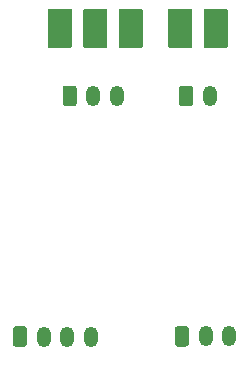
<source format=gbr>
%TF.GenerationSoftware,KiCad,Pcbnew,(5.1.9-0-10_14)*%
%TF.CreationDate,2021-05-07T17:02:22+01:00*%
%TF.ProjectId,EMGSensor3.1,454d4753-656e-4736-9f72-332e312e6b69,rev?*%
%TF.SameCoordinates,Original*%
%TF.FileFunction,Soldermask,Bot*%
%TF.FilePolarity,Negative*%
%FSLAX46Y46*%
G04 Gerber Fmt 4.6, Leading zero omitted, Abs format (unit mm)*
G04 Created by KiCad (PCBNEW (5.1.9-0-10_14)) date 2021-05-07 17:02:22*
%MOMM*%
%LPD*%
G01*
G04 APERTURE LIST*
%ADD10O,1.200000X1.750000*%
%ADD11C,0.100000*%
G04 APERTURE END LIST*
%TO.C,J1*%
G36*
G01*
X179867000Y-54155501D02*
X179867000Y-52905499D01*
G75*
G02*
X180116999Y-52655500I249999J0D01*
G01*
X180817001Y-52655500D01*
G75*
G02*
X181067000Y-52905499I0J-249999D01*
G01*
X181067000Y-54155501D01*
G75*
G02*
X180817001Y-54405500I-249999J0D01*
G01*
X180116999Y-54405500D01*
G75*
G02*
X179867000Y-54155501I0J249999D01*
G01*
G37*
D10*
X182467000Y-53530500D03*
X184467000Y-53530500D03*
%TD*%
%TO.C,J2*%
X192309500Y-53530500D03*
G36*
G01*
X189709500Y-54155501D02*
X189709500Y-52905499D01*
G75*
G02*
X189959499Y-52655500I249999J0D01*
G01*
X190659501Y-52655500D01*
G75*
G02*
X190909500Y-52905499I0J-249999D01*
G01*
X190909500Y-54155501D01*
G75*
G02*
X190659501Y-54405500I-249999J0D01*
G01*
X189959499Y-54405500D01*
G75*
G02*
X189709500Y-54155501I0J249999D01*
G01*
G37*
%TD*%
%TO.C,J4*%
G36*
G01*
X175650600Y-74539001D02*
X175650600Y-73288999D01*
G75*
G02*
X175900599Y-73039000I249999J0D01*
G01*
X176600601Y-73039000D01*
G75*
G02*
X176850600Y-73288999I0J-249999D01*
G01*
X176850600Y-74539001D01*
G75*
G02*
X176600601Y-74789000I-249999J0D01*
G01*
X175900599Y-74789000D01*
G75*
G02*
X175650600Y-74539001I0J249999D01*
G01*
G37*
X178250600Y-73914000D03*
X180250600Y-73914000D03*
X182250600Y-73914000D03*
%TD*%
%TO.C,J3*%
G36*
G01*
X189366600Y-74513601D02*
X189366600Y-73263599D01*
G75*
G02*
X189616599Y-73013600I249999J0D01*
G01*
X190316601Y-73013600D01*
G75*
G02*
X190566600Y-73263599I0J-249999D01*
G01*
X190566600Y-74513601D01*
G75*
G02*
X190316601Y-74763600I-249999J0D01*
G01*
X189616599Y-74763600D01*
G75*
G02*
X189366600Y-74513601I0J249999D01*
G01*
G37*
X191966600Y-73888600D03*
X193966600Y-73888600D03*
%TD*%
D11*
%TO.C,J1B1*%
G36*
X186642159Y-49379532D02*
G01*
X186637891Y-49393601D01*
X186630960Y-49406568D01*
X186621633Y-49417933D01*
X186610268Y-49427260D01*
X186597301Y-49434191D01*
X186583232Y-49438459D01*
X186568600Y-49439900D01*
X184689000Y-49439900D01*
X184674368Y-49438459D01*
X184660299Y-49434191D01*
X184647332Y-49427260D01*
X184635967Y-49417933D01*
X184626640Y-49406568D01*
X184619709Y-49393601D01*
X184615441Y-49379532D01*
X184614000Y-49364900D01*
X184614000Y-46266100D01*
X184615441Y-46251468D01*
X184619709Y-46237399D01*
X184626640Y-46224432D01*
X184635967Y-46213067D01*
X184647332Y-46203740D01*
X184660299Y-46196809D01*
X184674368Y-46192541D01*
X184689000Y-46191100D01*
X186568600Y-46191100D01*
X186583232Y-46192541D01*
X186597301Y-46196809D01*
X186610268Y-46203740D01*
X186621633Y-46213067D01*
X186630960Y-46224432D01*
X186637891Y-46237399D01*
X186642159Y-46251468D01*
X186643600Y-46266100D01*
X186643600Y-49364900D01*
X186642159Y-49379532D01*
G37*
G36*
X180642159Y-49379532D02*
G01*
X180637891Y-49393601D01*
X180630960Y-49406568D01*
X180621633Y-49417933D01*
X180610268Y-49427260D01*
X180597301Y-49434191D01*
X180583232Y-49438459D01*
X180568600Y-49439900D01*
X178689000Y-49439900D01*
X178674368Y-49438459D01*
X178660299Y-49434191D01*
X178647332Y-49427260D01*
X178635967Y-49417933D01*
X178626640Y-49406568D01*
X178619709Y-49393601D01*
X178615441Y-49379532D01*
X178614000Y-49364900D01*
X178614000Y-46266100D01*
X178615441Y-46251468D01*
X178619709Y-46237399D01*
X178626640Y-46224432D01*
X178635967Y-46213067D01*
X178647332Y-46203740D01*
X178660299Y-46196809D01*
X178674368Y-46192541D01*
X178689000Y-46191100D01*
X180568600Y-46191100D01*
X180583232Y-46192541D01*
X180597301Y-46196809D01*
X180610268Y-46203740D01*
X180621633Y-46213067D01*
X180630960Y-46224432D01*
X180637891Y-46237399D01*
X180642159Y-46251468D01*
X180643600Y-46266100D01*
X180643600Y-49364900D01*
X180642159Y-49379532D01*
G37*
G36*
X183642159Y-49379532D02*
G01*
X183637891Y-49393601D01*
X183630960Y-49406568D01*
X183621633Y-49417933D01*
X183610268Y-49427260D01*
X183597301Y-49434191D01*
X183583232Y-49438459D01*
X183568600Y-49439900D01*
X181689000Y-49439900D01*
X181674368Y-49438459D01*
X181660299Y-49434191D01*
X181647332Y-49427260D01*
X181635967Y-49417933D01*
X181626640Y-49406568D01*
X181619709Y-49393601D01*
X181615441Y-49379532D01*
X181614000Y-49364900D01*
X181614000Y-46266100D01*
X181615441Y-46251468D01*
X181619709Y-46237399D01*
X181626640Y-46224432D01*
X181635967Y-46213067D01*
X181647332Y-46203740D01*
X181660299Y-46196809D01*
X181674368Y-46192541D01*
X181689000Y-46191100D01*
X183568600Y-46191100D01*
X183583232Y-46192541D01*
X183597301Y-46196809D01*
X183610268Y-46203740D01*
X183621633Y-46213067D01*
X183630960Y-46224432D01*
X183637891Y-46237399D01*
X183642159Y-46251468D01*
X183643600Y-46266100D01*
X183643600Y-49364900D01*
X183642159Y-49379532D01*
G37*
%TD*%
%TO.C,J2B1*%
G36*
X193827559Y-49379532D02*
G01*
X193823291Y-49393601D01*
X193816360Y-49406568D01*
X193807033Y-49417933D01*
X193795668Y-49427260D01*
X193782701Y-49434191D01*
X193768632Y-49438459D01*
X193754000Y-49439900D01*
X191874400Y-49439900D01*
X191859768Y-49438459D01*
X191845699Y-49434191D01*
X191832732Y-49427260D01*
X191821367Y-49417933D01*
X191812040Y-49406568D01*
X191805109Y-49393601D01*
X191800841Y-49379532D01*
X191799400Y-49364900D01*
X191799400Y-46266100D01*
X191800841Y-46251468D01*
X191805109Y-46237399D01*
X191812040Y-46224432D01*
X191821367Y-46213067D01*
X191832732Y-46203740D01*
X191845699Y-46196809D01*
X191859768Y-46192541D01*
X191874400Y-46191100D01*
X193754000Y-46191100D01*
X193768632Y-46192541D01*
X193782701Y-46196809D01*
X193795668Y-46203740D01*
X193807033Y-46213067D01*
X193816360Y-46224432D01*
X193823291Y-46237399D01*
X193827559Y-46251468D01*
X193829000Y-46266100D01*
X193829000Y-49364900D01*
X193827559Y-49379532D01*
G37*
G36*
X190827559Y-49379532D02*
G01*
X190823291Y-49393601D01*
X190816360Y-49406568D01*
X190807033Y-49417933D01*
X190795668Y-49427260D01*
X190782701Y-49434191D01*
X190768632Y-49438459D01*
X190754000Y-49439900D01*
X188874400Y-49439900D01*
X188859768Y-49438459D01*
X188845699Y-49434191D01*
X188832732Y-49427260D01*
X188821367Y-49417933D01*
X188812040Y-49406568D01*
X188805109Y-49393601D01*
X188800841Y-49379532D01*
X188799400Y-49364900D01*
X188799400Y-46266100D01*
X188800841Y-46251468D01*
X188805109Y-46237399D01*
X188812040Y-46224432D01*
X188821367Y-46213067D01*
X188832732Y-46203740D01*
X188845699Y-46196809D01*
X188859768Y-46192541D01*
X188874400Y-46191100D01*
X190754000Y-46191100D01*
X190768632Y-46192541D01*
X190782701Y-46196809D01*
X190795668Y-46203740D01*
X190807033Y-46213067D01*
X190816360Y-46224432D01*
X190823291Y-46237399D01*
X190827559Y-46251468D01*
X190829000Y-46266100D01*
X190829000Y-49364900D01*
X190827559Y-49379532D01*
G37*
%TD*%
M02*

</source>
